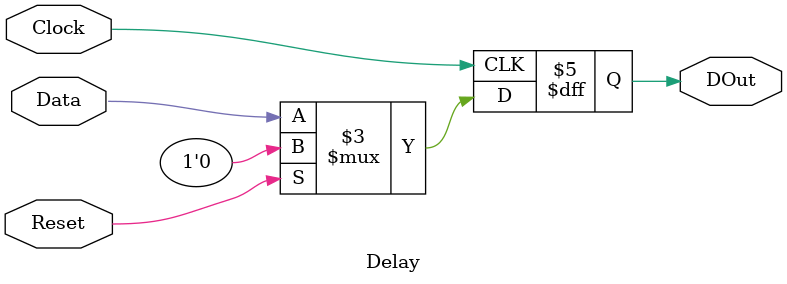
<source format=v>
`timescale 1ns / 1ps
module Delay(Clock, Reset, Data, DOut);
   parameter width = 1;
	 
	input Clock;
   input Reset;
	input[width-1:0] Data;
	
	output[width-1:0] DOut;
	
	reg [width-1:0] DOut;
	
	always@(posedge Clock) begin
		if(Reset)
			DOut <= {width{1'b0}};
		else
			DOut <= Data;
	
	end
	
endmodule

</source>
